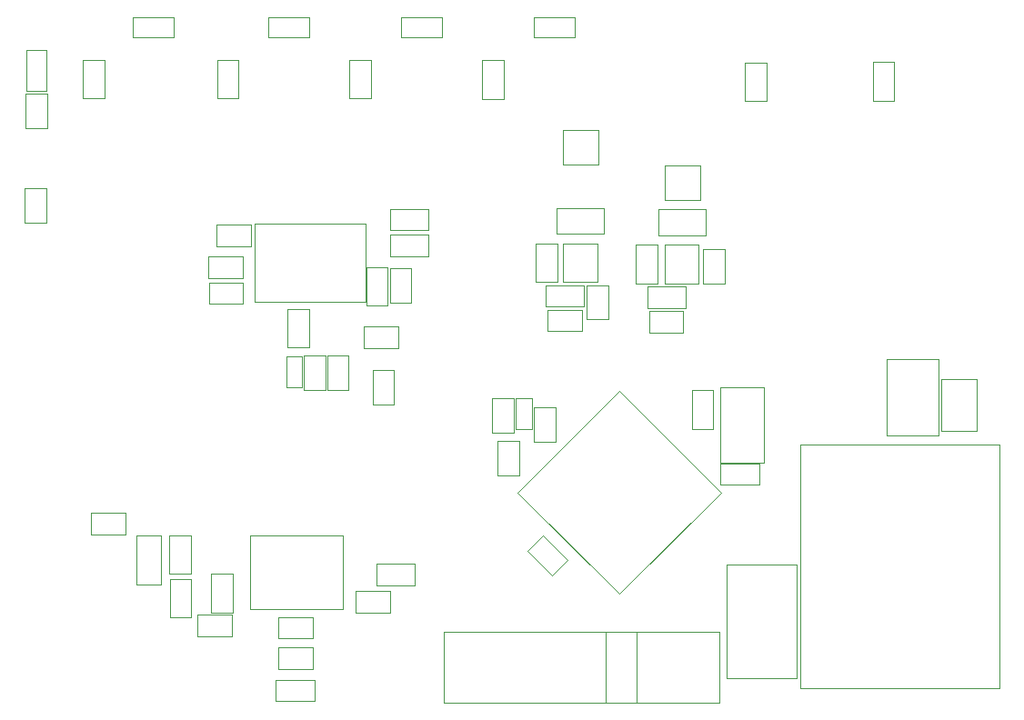
<source format=gbr>
G04 #@! TF.FileFunction,Other,User*
%FSLAX46Y46*%
G04 Gerber Fmt 4.6, Leading zero omitted, Abs format (unit mm)*
G04 Created by KiCad (PCBNEW 4.0.1-stable) date 08.07.2016 9:17:41*
%MOMM*%
G01*
G04 APERTURE LIST*
%ADD10C,0.100000*%
%ADD11C,0.050000*%
G04 APERTURE END LIST*
D10*
D11*
X187140000Y-106010000D02*
X187140000Y-112160000D01*
X187140000Y-112160000D02*
X168640000Y-112160000D01*
X168640000Y-112160000D02*
X168640000Y-89510000D01*
X168640000Y-89510000D02*
X187140000Y-89510000D01*
X187140000Y-89510000D02*
X187140000Y-106010000D01*
X145502513Y-101666727D02*
X143239771Y-99403985D01*
X146916727Y-100252513D02*
X144653985Y-97989771D01*
X145502513Y-101666727D02*
X146916727Y-100252513D01*
X143239771Y-99403985D02*
X144653985Y-97989771D01*
X165440000Y-53930000D02*
X165440000Y-57530000D01*
X163440000Y-53930000D02*
X163440000Y-57530000D01*
X165440000Y-53930000D02*
X163440000Y-53930000D01*
X165440000Y-57530000D02*
X163440000Y-57530000D01*
X142274769Y-93950000D02*
X151750000Y-103425231D01*
X151750000Y-84474769D02*
X161225231Y-93950000D01*
X142274769Y-93950000D02*
X151750000Y-84474769D01*
X151750000Y-103425231D02*
X161225231Y-93950000D01*
X148500000Y-76650000D02*
X144900000Y-76650000D01*
X148500000Y-74650000D02*
X144900000Y-74650000D01*
X148500000Y-76650000D02*
X148500000Y-74650000D01*
X144900000Y-76650000D02*
X144900000Y-74650000D01*
X146550000Y-74350000D02*
X146550000Y-70750000D01*
X146550000Y-70750000D02*
X149750000Y-70750000D01*
X149750000Y-70750000D02*
X149750000Y-74350000D01*
X149750000Y-74350000D02*
X146550000Y-74350000D01*
X145950000Y-67450000D02*
X150350000Y-67450000D01*
X145950000Y-69850000D02*
X150350000Y-69850000D01*
X145950000Y-67450000D02*
X145950000Y-69850000D01*
X150350000Y-67450000D02*
X150350000Y-69850000D01*
X155970000Y-74490000D02*
X155970000Y-70890000D01*
X155970000Y-70890000D02*
X159170000Y-70890000D01*
X159170000Y-70890000D02*
X159170000Y-74490000D01*
X159170000Y-74490000D02*
X155970000Y-74490000D01*
X161570000Y-71290000D02*
X161570000Y-74490000D01*
X159570000Y-71290000D02*
X159570000Y-74490000D01*
X161570000Y-71290000D02*
X159570000Y-71290000D01*
X161570000Y-74490000D02*
X159570000Y-74490000D01*
X153320000Y-74490000D02*
X153320000Y-70890000D01*
X155320000Y-74490000D02*
X155320000Y-70890000D01*
X153320000Y-74490000D02*
X155320000Y-74490000D01*
X153320000Y-70890000D02*
X155320000Y-70890000D01*
X155420000Y-67590000D02*
X159820000Y-67590000D01*
X155420000Y-69990000D02*
X159820000Y-69990000D01*
X155420000Y-67590000D02*
X155420000Y-69990000D01*
X159820000Y-67590000D02*
X159820000Y-69990000D01*
X148300000Y-78950000D02*
X145100000Y-78950000D01*
X148300000Y-76950000D02*
X145100000Y-76950000D01*
X148300000Y-78950000D02*
X148300000Y-76950000D01*
X145100000Y-78950000D02*
X145100000Y-76950000D01*
X128100000Y-68900000D02*
X117800000Y-68900000D01*
X128100000Y-76200000D02*
X117800000Y-76200000D01*
X128100000Y-68900000D02*
X128100000Y-76200000D01*
X117800000Y-68900000D02*
X117800000Y-76200000D01*
X117400000Y-97950000D02*
X117400000Y-104850000D01*
X126000000Y-97950000D02*
X126000000Y-104850000D01*
X117400000Y-97950000D02*
X126000000Y-97950000D01*
X117400000Y-104850000D02*
X126000000Y-104850000D01*
X96550000Y-52749020D02*
X98450000Y-52749020D01*
X98450000Y-52749020D02*
X98450000Y-56549020D01*
X98450000Y-56549020D02*
X96550000Y-56549020D01*
X96550000Y-56549020D02*
X96550000Y-52749020D01*
X130450000Y-105150000D02*
X127250000Y-105150000D01*
X130450000Y-103150000D02*
X127250000Y-103150000D01*
X130450000Y-105150000D02*
X130450000Y-103150000D01*
X127250000Y-105150000D02*
X127250000Y-103150000D01*
X115700000Y-107350000D02*
X112500000Y-107350000D01*
X115700000Y-105350000D02*
X112500000Y-105350000D01*
X115700000Y-107350000D02*
X115700000Y-105350000D01*
X112500000Y-107350000D02*
X112500000Y-105350000D01*
X123400000Y-113400000D02*
X119800000Y-113400000D01*
X123400000Y-111400000D02*
X119800000Y-111400000D01*
X123400000Y-113400000D02*
X123400000Y-111400000D01*
X119800000Y-113400000D02*
X119800000Y-111400000D01*
X111850000Y-97950000D02*
X111850000Y-101550000D01*
X109850000Y-97950000D02*
X109850000Y-101550000D01*
X111850000Y-97950000D02*
X109850000Y-97950000D01*
X111850000Y-101550000D02*
X109850000Y-101550000D01*
X132750000Y-102600000D02*
X129150000Y-102600000D01*
X132750000Y-100600000D02*
X129150000Y-100600000D01*
X132750000Y-102600000D02*
X132750000Y-100600000D01*
X129150000Y-102600000D02*
X129150000Y-100600000D01*
X113750000Y-105150000D02*
X113750000Y-101550000D01*
X115750000Y-105150000D02*
X115750000Y-101550000D01*
X113750000Y-105150000D02*
X115750000Y-105150000D01*
X113750000Y-101550000D02*
X115750000Y-101550000D01*
X111900000Y-102000000D02*
X111900000Y-105600000D01*
X109900000Y-102000000D02*
X109900000Y-105600000D01*
X111900000Y-102000000D02*
X109900000Y-102000000D01*
X111900000Y-105600000D02*
X109900000Y-105600000D01*
X106800000Y-102550000D02*
X106800000Y-97950000D01*
X109100000Y-102550000D02*
X109100000Y-97950000D01*
X106800000Y-102550000D02*
X109100000Y-102550000D01*
X106800000Y-97950000D02*
X109100000Y-97950000D01*
X161200000Y-91250000D02*
X164800000Y-91250000D01*
X161200000Y-93250000D02*
X164800000Y-93250000D01*
X161200000Y-91250000D02*
X161200000Y-93250000D01*
X164800000Y-91250000D02*
X164800000Y-93250000D01*
X158500000Y-88050000D02*
X158500000Y-84450000D01*
X160500000Y-88050000D02*
X160500000Y-84450000D01*
X158500000Y-88050000D02*
X160500000Y-88050000D01*
X158500000Y-84450000D02*
X160500000Y-84450000D01*
X157970000Y-76790000D02*
X154370000Y-76790000D01*
X157970000Y-74790000D02*
X154370000Y-74790000D01*
X157970000Y-76790000D02*
X157970000Y-74790000D01*
X154370000Y-76790000D02*
X154370000Y-74790000D01*
X144000000Y-74350000D02*
X144000000Y-70750000D01*
X146000000Y-74350000D02*
X146000000Y-70750000D01*
X144000000Y-74350000D02*
X146000000Y-74350000D01*
X144000000Y-70750000D02*
X146000000Y-70750000D01*
X148710000Y-77840000D02*
X148710000Y-74640000D01*
X150710000Y-77840000D02*
X150710000Y-74640000D01*
X148710000Y-77840000D02*
X150710000Y-77840000D01*
X148710000Y-74640000D02*
X150710000Y-74640000D01*
X161750000Y-111250000D02*
X161750000Y-100650000D01*
X161750000Y-100650000D02*
X168300000Y-100650000D01*
X168300000Y-100650000D02*
X168300000Y-111250000D01*
X168300000Y-111250000D02*
X161750000Y-111250000D01*
X165200000Y-91150000D02*
X161200000Y-91150000D01*
X165200000Y-84150000D02*
X165200000Y-91150000D01*
X161200000Y-84150000D02*
X165200000Y-84150000D01*
X161200000Y-91150000D02*
X161200000Y-84150000D01*
X150470000Y-106980000D02*
X161070000Y-106980000D01*
X161070000Y-106980000D02*
X161070000Y-113530000D01*
X161070000Y-113530000D02*
X150470000Y-113530000D01*
X150470000Y-113530000D02*
X150470000Y-106980000D01*
X157720000Y-79090000D02*
X154520000Y-79090000D01*
X157720000Y-77090000D02*
X154520000Y-77090000D01*
X157720000Y-79090000D02*
X157720000Y-77090000D01*
X154520000Y-79090000D02*
X154520000Y-77090000D01*
X140450000Y-92400000D02*
X140450000Y-89200000D01*
X142450000Y-92400000D02*
X142450000Y-89200000D01*
X140450000Y-92400000D02*
X142450000Y-92400000D01*
X140450000Y-89200000D02*
X142450000Y-89200000D01*
X141920000Y-85220000D02*
X141920000Y-88420000D01*
X139920000Y-85220000D02*
X139920000Y-88420000D01*
X141920000Y-85220000D02*
X139920000Y-85220000D01*
X141920000Y-88420000D02*
X139920000Y-88420000D01*
X135430000Y-106980000D02*
X153380000Y-106980000D01*
X153380000Y-106980000D02*
X153380000Y-113530000D01*
X153380000Y-113530000D02*
X135430000Y-113530000D01*
X135430000Y-113530000D02*
X135430000Y-106980000D01*
X120750000Y-84200000D02*
X120750000Y-81300000D01*
X122250000Y-84200000D02*
X122250000Y-81300000D01*
X120750000Y-84200000D02*
X122250000Y-84200000D01*
X120750000Y-81300000D02*
X122250000Y-81300000D01*
X110269020Y-49710000D02*
X110269020Y-51610000D01*
X110269020Y-51610000D02*
X106469020Y-51610000D01*
X106469020Y-51610000D02*
X106469020Y-49710000D01*
X106469020Y-49710000D02*
X110269020Y-49710000D01*
X122869020Y-49710000D02*
X122869020Y-51610000D01*
X122869020Y-51610000D02*
X119069020Y-51610000D01*
X119069020Y-51610000D02*
X119069020Y-49710000D01*
X119069020Y-49710000D02*
X122869020Y-49710000D01*
X135219020Y-49710000D02*
X135219020Y-51610000D01*
X135219020Y-51610000D02*
X131419020Y-51610000D01*
X131419020Y-51610000D02*
X131419020Y-49710000D01*
X131419020Y-49710000D02*
X135219020Y-49710000D01*
X147620000Y-49710000D02*
X147620000Y-51610000D01*
X147620000Y-51610000D02*
X143820000Y-51610000D01*
X143820000Y-51610000D02*
X143820000Y-49710000D01*
X143820000Y-49710000D02*
X147620000Y-49710000D01*
X120900000Y-80450000D02*
X120900000Y-76850000D01*
X122900000Y-80450000D02*
X122900000Y-76850000D01*
X120900000Y-80450000D02*
X122900000Y-80450000D01*
X120900000Y-76850000D02*
X122900000Y-76850000D01*
X103800000Y-53650000D02*
X103800000Y-57250000D01*
X101800000Y-53650000D02*
X101800000Y-57250000D01*
X103800000Y-53650000D02*
X101800000Y-53650000D01*
X103800000Y-57250000D02*
X101800000Y-57250000D01*
X116300000Y-53650000D02*
X116300000Y-57250000D01*
X114300000Y-53650000D02*
X114300000Y-57250000D01*
X116300000Y-53650000D02*
X114300000Y-53650000D01*
X116300000Y-57250000D02*
X114300000Y-57250000D01*
X141000000Y-53700000D02*
X141000000Y-57300000D01*
X139000000Y-53700000D02*
X139000000Y-57300000D01*
X141000000Y-53700000D02*
X139000000Y-53700000D01*
X141000000Y-57300000D02*
X139000000Y-57300000D01*
X128650000Y-53650000D02*
X128650000Y-57250000D01*
X126650000Y-53650000D02*
X126650000Y-57250000D01*
X128650000Y-53650000D02*
X126650000Y-53650000D01*
X128650000Y-57250000D02*
X126650000Y-57250000D01*
X177370000Y-53890000D02*
X177370000Y-57490000D01*
X175370000Y-53890000D02*
X175370000Y-57490000D01*
X177370000Y-53890000D02*
X175370000Y-53890000D01*
X177370000Y-57490000D02*
X175370000Y-57490000D01*
X130400000Y-67550000D02*
X134000000Y-67550000D01*
X130400000Y-69550000D02*
X134000000Y-69550000D01*
X130400000Y-67550000D02*
X130400000Y-69550000D01*
X134000000Y-67550000D02*
X134000000Y-69550000D01*
X130400000Y-69950000D02*
X134000000Y-69950000D01*
X130400000Y-71950000D02*
X134000000Y-71950000D01*
X130400000Y-69950000D02*
X130400000Y-71950000D01*
X134000000Y-69950000D02*
X134000000Y-71950000D01*
X128200000Y-76550000D02*
X128200000Y-72950000D01*
X130200000Y-76550000D02*
X130200000Y-72950000D01*
X128200000Y-76550000D02*
X130200000Y-76550000D01*
X128200000Y-72950000D02*
X130200000Y-72950000D01*
X98400000Y-65650000D02*
X98400000Y-68850000D01*
X96400000Y-65650000D02*
X96400000Y-68850000D01*
X98400000Y-65650000D02*
X96400000Y-65650000D01*
X98400000Y-68850000D02*
X96400000Y-68850000D01*
X131200000Y-80500000D02*
X128000000Y-80500000D01*
X131200000Y-78500000D02*
X128000000Y-78500000D01*
X131200000Y-80500000D02*
X131200000Y-78500000D01*
X128000000Y-80500000D02*
X128000000Y-78500000D01*
X128800000Y-85750000D02*
X128800000Y-82550000D01*
X130800000Y-85750000D02*
X130800000Y-82550000D01*
X128800000Y-85750000D02*
X130800000Y-85750000D01*
X128800000Y-82550000D02*
X130800000Y-82550000D01*
X98500000Y-56850000D02*
X98500000Y-60050000D01*
X96500000Y-56850000D02*
X96500000Y-60050000D01*
X98500000Y-56850000D02*
X96500000Y-56850000D01*
X98500000Y-60050000D02*
X96500000Y-60050000D01*
X132400000Y-73050000D02*
X132400000Y-76250000D01*
X130400000Y-73050000D02*
X130400000Y-76250000D01*
X132400000Y-73050000D02*
X130400000Y-73050000D01*
X132400000Y-76250000D02*
X130400000Y-76250000D01*
X124550000Y-84400000D02*
X124550000Y-81200000D01*
X126550000Y-84400000D02*
X126550000Y-81200000D01*
X124550000Y-84400000D02*
X126550000Y-84400000D01*
X124550000Y-81200000D02*
X126550000Y-81200000D01*
X113550000Y-74400000D02*
X116750000Y-74400000D01*
X113550000Y-76400000D02*
X116750000Y-76400000D01*
X113550000Y-74400000D02*
X113550000Y-76400000D01*
X116750000Y-74400000D02*
X116750000Y-76400000D01*
X117450000Y-71010000D02*
X114250000Y-71010000D01*
X117450000Y-69010000D02*
X114250000Y-69010000D01*
X117450000Y-71010000D02*
X117450000Y-69010000D01*
X114250000Y-71010000D02*
X114250000Y-69010000D01*
X120000000Y-108400000D02*
X123200000Y-108400000D01*
X120000000Y-110400000D02*
X123200000Y-110400000D01*
X120000000Y-108400000D02*
X120000000Y-110400000D01*
X123200000Y-108400000D02*
X123200000Y-110400000D01*
X123200000Y-107550000D02*
X120000000Y-107550000D01*
X123200000Y-105550000D02*
X120000000Y-105550000D01*
X123200000Y-107550000D02*
X123200000Y-105550000D01*
X120000000Y-107550000D02*
X120000000Y-105550000D01*
X105750000Y-97850000D02*
X102550000Y-97850000D01*
X105750000Y-95850000D02*
X102550000Y-95850000D01*
X105750000Y-97850000D02*
X105750000Y-95850000D01*
X102550000Y-97850000D02*
X102550000Y-95850000D01*
X124400000Y-81200000D02*
X124400000Y-84400000D01*
X122400000Y-81200000D02*
X122400000Y-84400000D01*
X124400000Y-81200000D02*
X122400000Y-81200000D01*
X124400000Y-84400000D02*
X122400000Y-84400000D01*
X113500000Y-72000000D02*
X116700000Y-72000000D01*
X113500000Y-74000000D02*
X116700000Y-74000000D01*
X113500000Y-72000000D02*
X113500000Y-74000000D01*
X116700000Y-72000000D02*
X116700000Y-74000000D01*
X155970000Y-63540000D02*
X159270000Y-63540000D01*
X159270000Y-63540000D02*
X159270000Y-66740000D01*
X159270000Y-66740000D02*
X155970000Y-66740000D01*
X155970000Y-66740000D02*
X155970000Y-63540000D01*
X146490000Y-60208220D02*
X149790000Y-60208220D01*
X149790000Y-60208220D02*
X149790000Y-63408220D01*
X149790000Y-63408220D02*
X146490000Y-63408220D01*
X146490000Y-63408220D02*
X146490000Y-60208220D01*
X143840000Y-89250000D02*
X143840000Y-86050000D01*
X145840000Y-89250000D02*
X145840000Y-86050000D01*
X143840000Y-89250000D02*
X145840000Y-89250000D01*
X143840000Y-86050000D02*
X145840000Y-86050000D01*
X143630000Y-88020700D02*
X142130000Y-88020700D01*
X142130000Y-88020700D02*
X142130000Y-85220700D01*
X142130000Y-85220700D02*
X143630000Y-85220700D01*
X143630000Y-85220700D02*
X143630000Y-88020700D01*
X176650000Y-88680000D02*
X181500000Y-88680000D01*
X181500000Y-88680000D02*
X181500000Y-81530000D01*
X181500000Y-81530000D02*
X176650000Y-81530000D01*
X176650000Y-81530000D02*
X176650000Y-88680000D01*
X181760000Y-83400000D02*
X181760000Y-88200000D01*
X181760000Y-88200000D02*
X185060000Y-88200000D01*
X185060000Y-88200000D02*
X185060000Y-83400000D01*
X185060000Y-83400000D02*
X181760000Y-83400000D01*
M02*

</source>
